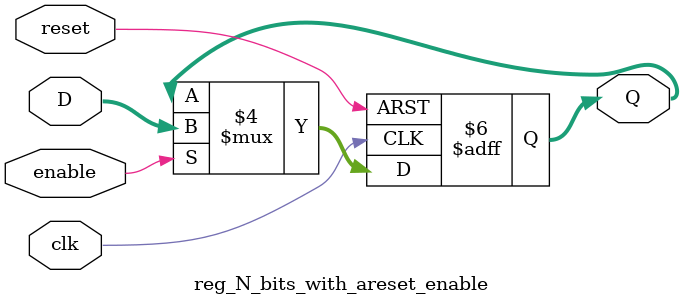
<source format=v>
module reg_N_bits_with_areset_enable(
	input reset, clk, enable,
	input [N-1:0] D,
	output reg [N-1:0] Q);
	
	parameter N = 8;
		
	always @(posedge clk, negedge reset)
		if (!reset)
			Q = 0;
		else if (enable)
			Q = D;
		else
			Q = Q;
		
endmodule

</source>
